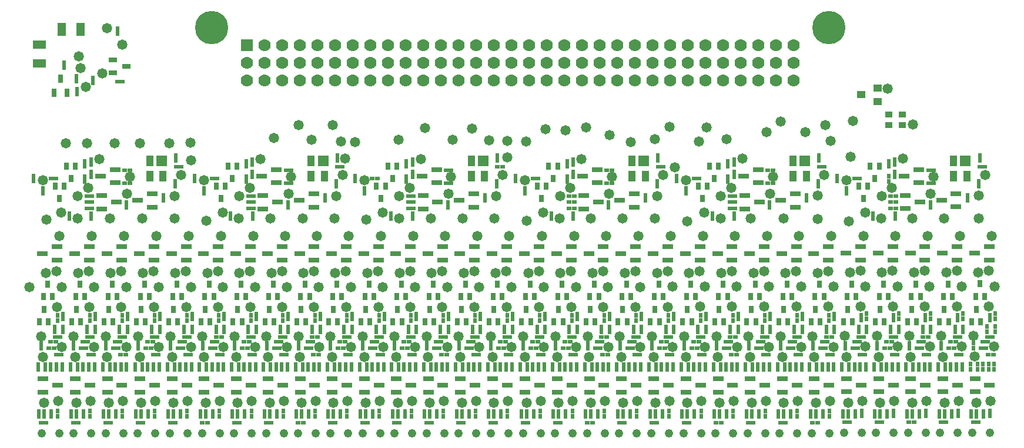
<source format=gts>
%FSLAX24Y24*%
%MOIN*%
G70*
G01*
G75*
G04 Layer_Color=8388736*
%ADD10R,0.0669X0.0433*%
%ADD11R,0.0433X0.0669*%
%ADD12R,0.0354X0.0276*%
%ADD13R,0.0118X0.0197*%
%ADD14R,0.0394X0.0236*%
%ADD15R,0.0197X0.0118*%
%ADD16R,0.0197X0.0354*%
%ADD17R,0.0512X0.0236*%
%ADD18R,0.0354X0.0532*%
%ADD19R,0.0532X0.0532*%
%ADD20R,0.0236X0.0394*%
%ADD21R,0.0374X0.0354*%
%ADD22R,0.0374X0.0354*%
%ADD23C,0.0070*%
%ADD24C,0.0050*%
%ADD25C,0.0051*%
%ADD26C,0.0620*%
%ADD27R,0.0620X0.0620*%
%ADD28C,0.0400*%
%ADD29C,0.1811*%
%ADD30C,0.0500*%
%ADD31C,0.0400*%
%ADD32C,0.0794*%
G04:AMPARAMS|DCode=33|XSize=99.37mil|YSize=99.37mil|CornerRadius=0mil|HoleSize=0mil|Usage=FLASHONLY|Rotation=0.000|XOffset=0mil|YOffset=0mil|HoleType=Round|Shape=Relief|Width=10mil|Gap=10mil|Entries=4|*
%AMTHD33*
7,0,0,0.0994,0.0794,0.0100,45*
%
%ADD33THD33*%
%ADD34C,0.0597*%
%ADD35C,0.1502*%
G04:AMPARAMS|DCode=36|XSize=88mil|YSize=88mil|CornerRadius=0mil|HoleSize=0mil|Usage=FLASHONLY|Rotation=0.000|XOffset=0mil|YOffset=0mil|HoleType=Round|Shape=Relief|Width=10mil|Gap=10mil|Entries=4|*
%AMTHD36*
7,0,0,0.0880,0.0680,0.0100,45*
%
%ADD36THD36*%
%ADD37C,0.0680*%
%ADD38C,0.0150*%
%ADD39C,0.0098*%
%ADD40C,0.0100*%
%ADD41C,0.0079*%
%ADD42C,0.0080*%
%ADD43C,0.0059*%
%ADD44R,0.0749X0.0513*%
%ADD45R,0.0513X0.0749*%
%ADD46R,0.0434X0.0356*%
%ADD47R,0.0198X0.0277*%
%ADD48R,0.0474X0.0316*%
%ADD49R,0.0277X0.0198*%
%ADD50R,0.0277X0.0434*%
%ADD51R,0.0592X0.0316*%
%ADD52R,0.0434X0.0612*%
%ADD53R,0.0612X0.0612*%
%ADD54R,0.0316X0.0474*%
%ADD55R,0.0454X0.0434*%
%ADD56R,0.0454X0.0434*%
%ADD57C,0.0700*%
%ADD58R,0.0700X0.0700*%
%ADD59C,0.0480*%
%ADD60C,0.1891*%
%ADD61C,0.0580*%
D44*
X13000Y34132D02*
D03*
Y33068D02*
D03*
D45*
X15331Y35000D02*
D03*
X14268D02*
D03*
D46*
X61910Y30175D02*
D03*
Y29585D02*
D03*
X61160Y29585D02*
D03*
Y30175D02*
D03*
D47*
X58230Y26693D02*
D03*
X49120Y26689D02*
D03*
X39990Y26688D02*
D03*
X30880D02*
D03*
X21800D02*
D03*
X12650D02*
D03*
X15140Y31608D02*
D03*
Y31332D02*
D03*
X16040Y31982D02*
D03*
Y32258D02*
D03*
X17440Y34782D02*
D03*
Y35058D02*
D03*
X57200Y27563D02*
D03*
Y27839D02*
D03*
X48070Y27562D02*
D03*
Y27838D02*
D03*
X38960Y27562D02*
D03*
Y27838D02*
D03*
X33800Y27232D02*
D03*
X29880Y27562D02*
D03*
Y27838D02*
D03*
X15570Y27232D02*
D03*
X24720D02*
D03*
X42910D02*
D03*
X20730Y27562D02*
D03*
Y27838D02*
D03*
X52040Y27233D02*
D03*
X62540Y15991D02*
D03*
Y15716D02*
D03*
X54400Y24913D02*
D03*
X63510Y24918D02*
D03*
X58900Y15991D02*
D03*
Y15716D02*
D03*
X46130Y15986D02*
D03*
Y15710D02*
D03*
X57070Y15987D02*
D03*
Y15711D02*
D03*
X51610Y15987D02*
D03*
Y15711D02*
D03*
X42840Y13040D02*
D03*
Y13316D02*
D03*
X53430Y15987D02*
D03*
Y15711D02*
D03*
X13180Y25712D02*
D03*
X44310Y15986D02*
D03*
Y15710D02*
D03*
X52040Y26383D02*
D03*
Y26659D02*
D03*
X60720Y15991D02*
D03*
Y15716D02*
D03*
X49790Y15987D02*
D03*
Y15711D02*
D03*
X33360Y15986D02*
D03*
Y15710D02*
D03*
X18820Y15986D02*
D03*
Y15710D02*
D03*
X44660Y13040D02*
D03*
Y13316D02*
D03*
X29720Y15986D02*
D03*
Y15710D02*
D03*
X40660Y15986D02*
D03*
Y15710D02*
D03*
X67180Y18868D02*
D03*
Y18592D02*
D03*
X35820Y15710D02*
D03*
Y15986D02*
D03*
X16980D02*
D03*
Y15710D02*
D03*
X22470Y15986D02*
D03*
Y15710D02*
D03*
X26100Y15986D02*
D03*
Y15710D02*
D03*
X15150Y15986D02*
D03*
Y15710D02*
D03*
X20650Y15986D02*
D03*
Y15710D02*
D03*
X15100Y13040D02*
D03*
Y13316D02*
D03*
X13320Y15986D02*
D03*
Y15710D02*
D03*
X32190D02*
D03*
Y15986D02*
D03*
X44950Y15710D02*
D03*
Y15986D02*
D03*
X15920Y27332D02*
D03*
X66900Y13342D02*
D03*
Y13067D02*
D03*
X63260Y13338D02*
D03*
Y13062D02*
D03*
X38820Y15986D02*
D03*
Y15710D02*
D03*
X55250Y15987D02*
D03*
Y15711D02*
D03*
X27910Y15986D02*
D03*
Y15710D02*
D03*
X45270D02*
D03*
Y15986D02*
D03*
X52570Y15711D02*
D03*
Y15987D02*
D03*
X26450Y13040D02*
D03*
Y13316D02*
D03*
X28260Y13040D02*
D03*
Y13316D02*
D03*
X59250Y13046D02*
D03*
Y13321D02*
D03*
X25250Y15710D02*
D03*
Y15986D02*
D03*
X43960Y13040D02*
D03*
Y13316D02*
D03*
X14800Y13040D02*
D03*
Y13316D02*
D03*
X12970Y13040D02*
D03*
Y13316D02*
D03*
X61070Y13046D02*
D03*
Y13321D02*
D03*
X64710Y13046D02*
D03*
Y13321D02*
D03*
X19780Y15710D02*
D03*
Y15986D02*
D03*
X16580Y15710D02*
D03*
Y15986D02*
D03*
X36140Y15710D02*
D03*
Y15986D02*
D03*
X64010Y13046D02*
D03*
Y13321D02*
D03*
X15570Y26382D02*
D03*
Y26658D02*
D03*
X33800Y26382D02*
D03*
Y26658D02*
D03*
X27510Y15710D02*
D03*
Y15986D02*
D03*
X24720Y26382D02*
D03*
Y26658D02*
D03*
X42910Y26382D02*
D03*
Y26658D02*
D03*
X24290Y15986D02*
D03*
Y15710D02*
D03*
X48600D02*
D03*
Y15986D02*
D03*
X46770Y15710D02*
D03*
Y15986D02*
D03*
X52250Y15711D02*
D03*
Y15987D02*
D03*
X61510Y24268D02*
D03*
Y24543D02*
D03*
X20030Y25312D02*
D03*
Y25588D02*
D03*
X48020Y26388D02*
D03*
X29180Y25312D02*
D03*
Y25588D02*
D03*
X38910Y26388D02*
D03*
X38260Y25312D02*
D03*
Y25588D02*
D03*
X47370Y25312D02*
D03*
Y25588D02*
D03*
X65610Y25318D02*
D03*
Y25594D02*
D03*
X12650Y26412D02*
D03*
X56500Y25313D02*
D03*
Y25589D02*
D03*
X21800Y26412D02*
D03*
X57150Y26389D02*
D03*
X39990Y26412D02*
D03*
X66260Y26393D02*
D03*
X30880Y26412D02*
D03*
X49120Y26413D02*
D03*
X17930Y24912D02*
D03*
X27080D02*
D03*
X36160D02*
D03*
X45270D02*
D03*
X48920Y15710D02*
D03*
Y15986D02*
D03*
X33670Y15710D02*
D03*
Y15986D02*
D03*
X50750Y15711D02*
D03*
Y15987D02*
D03*
X59210Y15716D02*
D03*
Y15991D02*
D03*
X25290Y18118D02*
D03*
X41620Y15710D02*
D03*
Y15986D02*
D03*
X14320Y18118D02*
D03*
X32250Y18768D02*
D03*
X28610D02*
D03*
X26800D02*
D03*
X35880D02*
D03*
X61360Y15716D02*
D03*
Y15991D02*
D03*
X47130Y18118D02*
D03*
X37700Y18768D02*
D03*
X63180Y15716D02*
D03*
Y15991D02*
D03*
X41360Y18768D02*
D03*
X55560Y15711D02*
D03*
Y15987D02*
D03*
X57380Y15711D02*
D03*
Y15987D02*
D03*
X35490Y15710D02*
D03*
Y15986D02*
D03*
X65000Y15716D02*
D03*
Y15991D02*
D03*
X61720Y18864D02*
D03*
Y18588D02*
D03*
X45310Y18118D02*
D03*
X41660D02*
D03*
X39820D02*
D03*
X43490D02*
D03*
X38000D02*
D03*
X36180D02*
D03*
X34360D02*
D03*
X32550D02*
D03*
X28910D02*
D03*
X30720D02*
D03*
X55600Y13041D02*
D03*
Y13317D02*
D03*
X13960Y15710D02*
D03*
Y15986D02*
D03*
X62140Y15716D02*
D03*
Y15991D02*
D03*
X50430Y15711D02*
D03*
Y15987D02*
D03*
X14750Y15710D02*
D03*
Y15986D02*
D03*
X29320Y15710D02*
D03*
Y15986D02*
D03*
X39170Y13040D02*
D03*
Y13316D02*
D03*
X29670Y13040D02*
D03*
Y13316D02*
D03*
X60670Y13046D02*
D03*
Y13321D02*
D03*
X25880Y16912D02*
D03*
Y17188D02*
D03*
X37350Y13040D02*
D03*
Y13316D02*
D03*
X23110Y15710D02*
D03*
Y15986D02*
D03*
X22070Y15710D02*
D03*
Y15986D02*
D03*
X25700Y15710D02*
D03*
Y15986D02*
D03*
X51390Y16913D02*
D03*
Y17189D02*
D03*
X48310Y13040D02*
D03*
Y13316D02*
D03*
X66530Y13050D02*
D03*
Y13326D02*
D03*
X13100Y16912D02*
D03*
Y17188D02*
D03*
X55030Y16913D02*
D03*
Y17189D02*
D03*
X47130Y18858D02*
D03*
Y18582D02*
D03*
X62490Y13046D02*
D03*
Y13321D02*
D03*
X35130Y13040D02*
D03*
Y13316D02*
D03*
X32960Y15710D02*
D03*
Y15986D02*
D03*
X16630Y13040D02*
D03*
Y13316D02*
D03*
X15930Y24262D02*
D03*
Y24538D02*
D03*
X18770Y13040D02*
D03*
Y13316D02*
D03*
X16760Y16912D02*
D03*
Y17188D02*
D03*
X22250Y16912D02*
D03*
Y17188D02*
D03*
X18600Y16912D02*
D03*
Y17188D02*
D03*
X20430Y16912D02*
D03*
Y17188D02*
D03*
X16930Y13040D02*
D03*
Y13316D02*
D03*
X24070Y16912D02*
D03*
Y17188D02*
D03*
X29500Y16912D02*
D03*
Y17188D02*
D03*
X27690Y16912D02*
D03*
Y17188D02*
D03*
X34960Y16912D02*
D03*
Y17188D02*
D03*
X20250Y15710D02*
D03*
Y15986D02*
D03*
X31550D02*
D03*
Y15710D02*
D03*
X62890Y13046D02*
D03*
Y13321D02*
D03*
X41660Y18858D02*
D03*
Y18582D02*
D03*
X63960Y15716D02*
D03*
Y15991D02*
D03*
X21290Y15710D02*
D03*
Y15986D02*
D03*
X24240Y13040D02*
D03*
Y13316D02*
D03*
X22420Y13040D02*
D03*
Y13316D02*
D03*
X20600Y13040D02*
D03*
Y13316D02*
D03*
X31150Y15710D02*
D03*
Y15986D02*
D03*
X58850Y13046D02*
D03*
Y13321D02*
D03*
X54850Y15711D02*
D03*
Y15987D02*
D03*
X38600Y16912D02*
D03*
Y17188D02*
D03*
X17620Y15710D02*
D03*
Y15986D02*
D03*
X14930Y16912D02*
D03*
Y17188D02*
D03*
X59900Y18864D02*
D03*
Y18588D02*
D03*
X65360Y18864D02*
D03*
Y18588D02*
D03*
X43490Y18858D02*
D03*
Y18582D02*
D03*
X45310Y18858D02*
D03*
Y18582D02*
D03*
X48960Y18858D02*
D03*
Y18582D02*
D03*
X50790Y18859D02*
D03*
Y18583D02*
D03*
X56250Y18859D02*
D03*
Y18583D02*
D03*
X52610Y18859D02*
D03*
Y18583D02*
D03*
X54430Y18859D02*
D03*
Y18583D02*
D03*
X58070Y18859D02*
D03*
Y18583D02*
D03*
X31500Y13040D02*
D03*
Y13316D02*
D03*
X13270Y13040D02*
D03*
Y13316D02*
D03*
X49390Y15711D02*
D03*
Y15987D02*
D03*
X26740Y15710D02*
D03*
Y15986D02*
D03*
X36780Y16912D02*
D03*
Y17188D02*
D03*
X28550Y15710D02*
D03*
Y15986D02*
D03*
X42440Y13040D02*
D03*
Y13316D02*
D03*
X34780Y15710D02*
D03*
Y15986D02*
D03*
X38770Y13040D02*
D03*
Y13316D02*
D03*
X44260Y13040D02*
D03*
Y13316D02*
D03*
X49740Y13041D02*
D03*
Y13317D02*
D03*
X46080Y13040D02*
D03*
Y13316D02*
D03*
X47910Y13040D02*
D03*
Y13316D02*
D03*
X51560Y13041D02*
D03*
Y13317D02*
D03*
X57020Y13041D02*
D03*
Y13317D02*
D03*
X53380Y13041D02*
D03*
Y13317D02*
D03*
X55200Y13041D02*
D03*
Y13317D02*
D03*
X64310Y13046D02*
D03*
Y13321D02*
D03*
X33310Y13040D02*
D03*
Y13316D02*
D03*
X36600Y15710D02*
D03*
Y15986D02*
D03*
X40610Y13040D02*
D03*
Y13316D02*
D03*
X66130Y13050D02*
D03*
Y13326D02*
D03*
X38420Y15710D02*
D03*
Y15986D02*
D03*
X40260Y15710D02*
D03*
Y15986D02*
D03*
X42090Y15710D02*
D03*
Y15986D02*
D03*
X41300Y15710D02*
D03*
Y15986D02*
D03*
X43910Y15710D02*
D03*
Y15986D02*
D03*
X43130Y15710D02*
D03*
Y15986D02*
D03*
X45730Y15710D02*
D03*
Y15986D02*
D03*
X46480Y13040D02*
D03*
Y13316D02*
D03*
X51210Y15711D02*
D03*
Y15987D02*
D03*
X15790Y15710D02*
D03*
Y15986D02*
D03*
X53210Y16913D02*
D03*
Y17189D02*
D03*
X40440Y16912D02*
D03*
Y17188D02*
D03*
X37640Y15710D02*
D03*
Y15986D02*
D03*
X18420Y15710D02*
D03*
Y15986D02*
D03*
X42270Y16912D02*
D03*
Y17188D02*
D03*
X44090Y16912D02*
D03*
Y17188D02*
D03*
X49570Y16913D02*
D03*
Y17189D02*
D03*
X36950Y13040D02*
D03*
Y13316D02*
D03*
X45910Y16912D02*
D03*
Y17188D02*
D03*
X47740Y16912D02*
D03*
Y17188D02*
D03*
X39460Y15710D02*
D03*
Y15986D02*
D03*
X53030Y15711D02*
D03*
Y15987D02*
D03*
X19460Y15710D02*
D03*
Y15986D02*
D03*
X24930Y15710D02*
D03*
Y15986D02*
D03*
X31900Y13040D02*
D03*
Y13316D02*
D03*
X35530Y13040D02*
D03*
Y13316D02*
D03*
X52330Y13333D02*
D03*
Y13058D02*
D03*
X33710Y13040D02*
D03*
Y13316D02*
D03*
X30070Y13040D02*
D03*
Y13316D02*
D03*
X41010Y13040D02*
D03*
Y13316D02*
D03*
X57790Y13333D02*
D03*
Y13058D02*
D03*
X59620Y13338D02*
D03*
Y13062D02*
D03*
X61440Y13338D02*
D03*
Y13062D02*
D03*
X55970Y13333D02*
D03*
Y13058D02*
D03*
X23470Y18118D02*
D03*
X23430Y15710D02*
D03*
Y15986D02*
D03*
X57420Y13041D02*
D03*
Y13317D02*
D03*
X39130Y15710D02*
D03*
Y15986D02*
D03*
X58760Y25718D02*
D03*
X21000Y13040D02*
D03*
Y13316D02*
D03*
X54130Y18769D02*
D03*
X15500Y13040D02*
D03*
Y13316D02*
D03*
X15460Y15710D02*
D03*
Y15986D02*
D03*
X16110Y15710D02*
D03*
Y15986D02*
D03*
X33910Y17842D02*
D03*
Y18118D02*
D03*
X30030Y15710D02*
D03*
Y15986D02*
D03*
X19170Y13040D02*
D03*
Y13316D02*
D03*
X18470Y13040D02*
D03*
Y13316D02*
D03*
X28870Y15710D02*
D03*
Y15986D02*
D03*
X51960Y13041D02*
D03*
Y13317D02*
D03*
X53780Y13041D02*
D03*
Y13317D02*
D03*
X17330Y13040D02*
D03*
Y13316D02*
D03*
X43260Y27332D02*
D03*
X62320Y16918D02*
D03*
Y17193D02*
D03*
X53740Y15711D02*
D03*
Y15987D02*
D03*
X19520Y18768D02*
D03*
X25290Y18858D02*
D03*
Y18582D02*
D03*
X32510Y15710D02*
D03*
Y15986D02*
D03*
X37000D02*
D03*
Y15710D02*
D03*
X20300Y13040D02*
D03*
Y13316D02*
D03*
X34150Y26632D02*
D03*
Y26908D02*
D03*
X52390Y26633D02*
D03*
Y26909D02*
D03*
X16150Y18858D02*
D03*
Y18582D02*
D03*
X19820Y18858D02*
D03*
Y18582D02*
D03*
X50140Y13041D02*
D03*
Y13317D02*
D03*
X55950Y18769D02*
D03*
X27100Y18858D02*
D03*
Y18582D02*
D03*
X51150Y24539D02*
D03*
Y24263D02*
D03*
X50790Y18119D02*
D03*
X65960Y16922D02*
D03*
Y17198D02*
D03*
X47090Y15710D02*
D03*
Y15986D02*
D03*
X14320Y18858D02*
D03*
Y18582D02*
D03*
X65320Y15716D02*
D03*
Y15991D02*
D03*
X23470Y18858D02*
D03*
Y18582D02*
D03*
X17680Y18768D02*
D03*
X34360Y18858D02*
D03*
Y18582D02*
D03*
X32550Y18858D02*
D03*
Y18582D02*
D03*
X17980Y18118D02*
D03*
X19820D02*
D03*
X57770Y18769D02*
D03*
X59600Y18773D02*
D03*
X65060D02*
D03*
X61420D02*
D03*
X63240D02*
D03*
X66880Y18778D02*
D03*
X14680Y24538D02*
D03*
Y24262D02*
D03*
X42800Y15710D02*
D03*
Y15986D02*
D03*
X23830Y24538D02*
D03*
Y24262D02*
D03*
X32910Y24538D02*
D03*
Y24262D02*
D03*
X37960Y15710D02*
D03*
Y15986D02*
D03*
X36180Y18858D02*
D03*
Y18582D02*
D03*
X63540Y18864D02*
D03*
Y18588D02*
D03*
X55890Y15711D02*
D03*
Y15987D02*
D03*
X59540Y15716D02*
D03*
Y15991D02*
D03*
X34000Y15710D02*
D03*
Y15986D02*
D03*
X14040Y13332D02*
D03*
Y13056D02*
D03*
X14280Y15710D02*
D03*
Y15986D02*
D03*
X27060Y15710D02*
D03*
Y15986D02*
D03*
X65830Y13050D02*
D03*
Y13326D02*
D03*
X38470Y13040D02*
D03*
Y13316D02*
D03*
X42140Y13040D02*
D03*
Y13316D02*
D03*
X40310Y13040D02*
D03*
Y13316D02*
D03*
X36650Y13040D02*
D03*
Y13316D02*
D03*
X31200Y13040D02*
D03*
Y13316D02*
D03*
X34830Y13040D02*
D03*
Y13316D02*
D03*
X33010Y13040D02*
D03*
Y13316D02*
D03*
X29370Y13040D02*
D03*
Y13316D02*
D03*
X23940Y13040D02*
D03*
Y13316D02*
D03*
X27560Y13040D02*
D03*
Y13316D02*
D03*
X25750Y13040D02*
D03*
Y13316D02*
D03*
X13670Y13040D02*
D03*
Y13316D02*
D03*
X17940Y15710D02*
D03*
Y15986D02*
D03*
X22120Y13040D02*
D03*
Y13316D02*
D03*
X65080Y13338D02*
D03*
Y13062D02*
D03*
X34320Y15710D02*
D03*
Y15986D02*
D03*
X19370Y17842D02*
D03*
Y18118D02*
D03*
X32100Y17842D02*
D03*
Y18118D02*
D03*
X35730Y17842D02*
D03*
Y18118D02*
D03*
X30270Y17842D02*
D03*
Y18118D02*
D03*
X17530Y17842D02*
D03*
Y18118D02*
D03*
X21200Y17842D02*
D03*
Y18118D02*
D03*
X66490Y15720D02*
D03*
Y15996D02*
D03*
X17980Y18858D02*
D03*
Y18582D02*
D03*
X66820Y15720D02*
D03*
Y15996D02*
D03*
X37550Y17842D02*
D03*
Y18118D02*
D03*
X44860Y17842D02*
D03*
Y18118D02*
D03*
X15700Y17842D02*
D03*
Y18118D02*
D03*
X31860Y15710D02*
D03*
Y15986D02*
D03*
X61030Y15716D02*
D03*
Y15991D02*
D03*
X40970Y15710D02*
D03*
Y15986D02*
D03*
X21650Y18118D02*
D03*
X23170Y18768D02*
D03*
X37310Y15710D02*
D03*
Y15986D02*
D03*
X54070Y15711D02*
D03*
Y15987D02*
D03*
X27100Y18118D02*
D03*
X57710Y15711D02*
D03*
Y15987D02*
D03*
X22330Y25712D02*
D03*
X61500Y27338D02*
D03*
X52390Y27333D02*
D03*
X63500Y15716D02*
D03*
Y15991D02*
D03*
X42490Y15986D02*
D03*
Y15710D02*
D03*
X21650Y18858D02*
D03*
Y18582D02*
D03*
X15850Y18768D02*
D03*
X61500Y26638D02*
D03*
Y26913D02*
D03*
X32270Y13332D02*
D03*
Y13056D02*
D03*
X28630Y13332D02*
D03*
Y13056D02*
D03*
X26820Y13332D02*
D03*
Y13056D02*
D03*
X30440Y13332D02*
D03*
Y13056D02*
D03*
X23190Y13332D02*
D03*
Y13056D02*
D03*
X25010Y13332D02*
D03*
Y13056D02*
D03*
X19540Y13332D02*
D03*
Y13056D02*
D03*
X21370Y13332D02*
D03*
Y13056D02*
D03*
X17700Y13332D02*
D03*
Y13056D02*
D03*
X15870Y13332D02*
D03*
Y13056D02*
D03*
X30360Y15710D02*
D03*
Y15986D02*
D03*
X39820Y18858D02*
D03*
Y18582D02*
D03*
X64910Y17848D02*
D03*
Y18124D02*
D03*
X48660Y18768D02*
D03*
X43450Y15710D02*
D03*
Y15986D02*
D03*
X63090Y17848D02*
D03*
Y18124D02*
D03*
X66730Y17852D02*
D03*
Y18128D02*
D03*
X59450Y17848D02*
D03*
Y18124D02*
D03*
X61270Y17848D02*
D03*
Y18124D02*
D03*
X57620Y17843D02*
D03*
Y18119D02*
D03*
X42020Y24538D02*
D03*
Y24262D02*
D03*
X60260Y24543D02*
D03*
Y24268D02*
D03*
X20680Y26388D02*
D03*
X43260Y26632D02*
D03*
Y26908D02*
D03*
X29830Y26388D02*
D03*
X25070Y26632D02*
D03*
Y26908D02*
D03*
X45010Y18768D02*
D03*
X46830D02*
D03*
X55800Y17843D02*
D03*
Y18119D02*
D03*
X53980Y17843D02*
D03*
Y18119D02*
D03*
X50340Y17843D02*
D03*
Y18119D02*
D03*
X46680Y17842D02*
D03*
Y18118D02*
D03*
X48510Y17842D02*
D03*
Y18118D02*
D03*
X52160Y17843D02*
D03*
Y18119D02*
D03*
X39370Y17842D02*
D03*
Y18118D02*
D03*
X41210Y17842D02*
D03*
Y18118D02*
D03*
X43040Y17842D02*
D03*
Y18118D02*
D03*
X13870Y17842D02*
D03*
Y18118D02*
D03*
X64670Y15716D02*
D03*
Y15991D02*
D03*
X62850Y15716D02*
D03*
Y15991D02*
D03*
X31330Y16912D02*
D03*
Y17188D02*
D03*
X58680Y16918D02*
D03*
Y17193D02*
D03*
X60500Y16918D02*
D03*
Y17193D02*
D03*
X34150Y27332D02*
D03*
X49650Y25713D02*
D03*
X52610Y18119D02*
D03*
X58070D02*
D03*
X54430D02*
D03*
X56250D02*
D03*
X59900Y18124D02*
D03*
X65360D02*
D03*
X61720D02*
D03*
X63540D02*
D03*
X67180Y18128D02*
D03*
X16150Y18118D02*
D03*
X14020Y18768D02*
D03*
X21350D02*
D03*
X15920Y26632D02*
D03*
Y26908D02*
D03*
X24990Y18768D02*
D03*
X28910Y18858D02*
D03*
Y18582D02*
D03*
X30720Y18858D02*
D03*
Y18582D02*
D03*
X30420Y18768D02*
D03*
X34060D02*
D03*
X50490Y18769D02*
D03*
X51920Y15711D02*
D03*
Y15987D02*
D03*
X67140Y15720D02*
D03*
Y15996D02*
D03*
X44620Y15710D02*
D03*
Y15986D02*
D03*
X48270Y15710D02*
D03*
Y15986D02*
D03*
X58030Y15711D02*
D03*
Y15987D02*
D03*
X26650Y17842D02*
D03*
Y18118D02*
D03*
X46440Y15710D02*
D03*
Y15986D02*
D03*
X54150Y13333D02*
D03*
Y13058D02*
D03*
X50510Y13333D02*
D03*
Y13058D02*
D03*
X45030Y13332D02*
D03*
Y13056D02*
D03*
X43210Y13332D02*
D03*
Y13056D02*
D03*
X46850Y13332D02*
D03*
Y13056D02*
D03*
X38000Y18858D02*
D03*
Y18582D02*
D03*
X52310Y18769D02*
D03*
X43190Y18768D02*
D03*
X24840Y17842D02*
D03*
Y18118D02*
D03*
X64140Y16918D02*
D03*
Y17193D02*
D03*
X33140Y16912D02*
D03*
Y17188D02*
D03*
X56850Y16913D02*
D03*
Y17189D02*
D03*
X24640Y13040D02*
D03*
Y13316D02*
D03*
X56210Y15711D02*
D03*
Y15987D02*
D03*
X23020Y17842D02*
D03*
Y18118D02*
D03*
X39780Y15710D02*
D03*
Y15986D02*
D03*
X39520Y18768D02*
D03*
X48960Y18118D02*
D03*
X48680Y13332D02*
D03*
Y13056D02*
D03*
X41380Y13332D02*
D03*
Y13056D02*
D03*
X35900Y13332D02*
D03*
Y13056D02*
D03*
X39540Y13332D02*
D03*
Y13056D02*
D03*
X34080Y13332D02*
D03*
Y13056D02*
D03*
X37720Y13332D02*
D03*
Y13056D02*
D03*
X40520Y25712D02*
D03*
X31410D02*
D03*
X35180Y15986D02*
D03*
Y15710D02*
D03*
X54390Y15711D02*
D03*
Y15987D02*
D03*
X28460Y17842D02*
D03*
Y18118D02*
D03*
X50100Y15711D02*
D03*
Y15987D02*
D03*
X61680Y15716D02*
D03*
Y15991D02*
D03*
X59860Y15716D02*
D03*
Y15991D02*
D03*
X13630Y15710D02*
D03*
Y15986D02*
D03*
X47960D02*
D03*
Y15710D02*
D03*
X64360Y15991D02*
D03*
Y15716D02*
D03*
X25070Y27332D02*
D03*
X17290Y15710D02*
D03*
Y15986D02*
D03*
X19130Y15710D02*
D03*
Y15986D02*
D03*
X20960Y15710D02*
D03*
Y15986D02*
D03*
X28220Y15710D02*
D03*
Y15986D02*
D03*
X24600Y15710D02*
D03*
Y15986D02*
D03*
X22780Y15710D02*
D03*
Y15986D02*
D03*
X26410Y15710D02*
D03*
Y15986D02*
D03*
X22820Y13040D02*
D03*
Y13316D02*
D03*
X47560Y15710D02*
D03*
Y15986D02*
D03*
X12920Y15710D02*
D03*
Y15986D02*
D03*
X60320Y15716D02*
D03*
Y15991D02*
D03*
X52400Y24263D02*
D03*
Y24539D02*
D03*
X43270Y24262D02*
D03*
Y24538D02*
D03*
X27860Y13040D02*
D03*
Y13316D02*
D03*
X58500Y15716D02*
D03*
Y15991D02*
D03*
X25080Y24262D02*
D03*
Y24538D02*
D03*
X34160Y24262D02*
D03*
Y24538D02*
D03*
X26050Y13040D02*
D03*
Y13316D02*
D03*
X56670Y15711D02*
D03*
Y15987D02*
D03*
X45780Y13040D02*
D03*
Y13316D02*
D03*
X47610Y13040D02*
D03*
Y13316D02*
D03*
X30680Y15710D02*
D03*
Y15986D02*
D03*
X21610Y15710D02*
D03*
Y15986D02*
D03*
X23890Y15710D02*
D03*
Y15986D02*
D03*
X49440Y13041D02*
D03*
Y13317D02*
D03*
X56720Y13041D02*
D03*
Y13317D02*
D03*
X62190Y13046D02*
D03*
Y13321D02*
D03*
X60370Y13046D02*
D03*
Y13321D02*
D03*
X58550Y13046D02*
D03*
Y13321D02*
D03*
X54900Y13041D02*
D03*
Y13317D02*
D03*
X53080Y13041D02*
D03*
Y13317D02*
D03*
X51260Y13041D02*
D03*
Y13317D02*
D03*
X66310Y27568D02*
D03*
Y27843D02*
D03*
X61150Y27238D02*
D03*
Y26388D02*
D03*
Y26663D02*
D03*
X66180Y15996D02*
D03*
Y15720D02*
D03*
X14390Y33108D02*
D03*
Y32832D02*
D03*
X65780Y15720D02*
D03*
Y15996D02*
D03*
X58230Y26418D02*
D03*
X20680Y26112D02*
D03*
X29830D02*
D03*
X38910D02*
D03*
X48020D02*
D03*
X57150Y26113D02*
D03*
X66260Y26118D02*
D03*
X17930Y25188D02*
D03*
X27080D02*
D03*
X36160D02*
D03*
X45270D02*
D03*
X54400Y25189D02*
D03*
X63510Y25194D02*
D03*
X15920Y27608D02*
D03*
X25070D02*
D03*
X34150D02*
D03*
X43260D02*
D03*
X52390Y27609D02*
D03*
X61500Y27613D02*
D03*
X13180Y25988D02*
D03*
X22330D02*
D03*
X31410D02*
D03*
X40520D02*
D03*
X49650Y25989D02*
D03*
X58760Y25993D02*
D03*
X15570Y27508D02*
D03*
X24720D02*
D03*
X33800D02*
D03*
X42910D02*
D03*
X52040Y27509D02*
D03*
X61150Y27513D02*
D03*
X25290Y17842D02*
D03*
X14320D02*
D03*
X32250Y18492D02*
D03*
X28610D02*
D03*
X26800D02*
D03*
X35880D02*
D03*
X47130Y17842D02*
D03*
X37700Y18492D02*
D03*
X41360D02*
D03*
X45310Y17842D02*
D03*
X41660D02*
D03*
X39820D02*
D03*
X43490D02*
D03*
X38000D02*
D03*
X36180D02*
D03*
X34360D02*
D03*
X32550D02*
D03*
X28910D02*
D03*
X30720D02*
D03*
X23470D02*
D03*
X54130Y18493D02*
D03*
X19520Y18492D02*
D03*
X55950Y18493D02*
D03*
X50790Y17843D02*
D03*
X17680Y18492D02*
D03*
X17980Y17842D02*
D03*
X19820D02*
D03*
X57770Y18493D02*
D03*
X59600Y18498D02*
D03*
X65060D02*
D03*
X61420D02*
D03*
X63240D02*
D03*
X66880Y18502D02*
D03*
X21650Y17842D02*
D03*
X23170Y18492D02*
D03*
X27100Y17842D02*
D03*
X15850Y18492D02*
D03*
X48660D02*
D03*
X45010D02*
D03*
X46830D02*
D03*
X52610Y17843D02*
D03*
X58070D02*
D03*
X54430D02*
D03*
X56250D02*
D03*
X59900Y17848D02*
D03*
X65360D02*
D03*
X61720D02*
D03*
X63540D02*
D03*
X67180Y17852D02*
D03*
X16150Y17842D02*
D03*
X14020Y18492D02*
D03*
X21350D02*
D03*
X24990D02*
D03*
X30420D02*
D03*
X34060D02*
D03*
X50490Y18493D02*
D03*
X52310D02*
D03*
X43190Y18492D02*
D03*
X39520D02*
D03*
X48960Y17842D02*
D03*
X15100Y32338D02*
D03*
Y32062D02*
D03*
D48*
X17934Y32920D02*
D03*
X17146Y32546D02*
D03*
Y33294D02*
D03*
D49*
X15692Y25200D02*
D03*
X15968D02*
D03*
X13882Y17530D02*
D03*
X27948Y12690D02*
D03*
X27672D02*
D03*
X43032Y24850D02*
D03*
X43308D02*
D03*
X24852Y17530D02*
D03*
X19382D02*
D03*
X23032D02*
D03*
X21212D02*
D03*
X17542D02*
D03*
X15712D02*
D03*
X26662D02*
D03*
X33398Y12690D02*
D03*
X33122D02*
D03*
X63440Y16556D02*
D03*
X61620D02*
D03*
X67080Y16560D02*
D03*
X65260Y16556D02*
D03*
X59800D02*
D03*
X56150Y16551D02*
D03*
X57970D02*
D03*
X50690D02*
D03*
X52510D02*
D03*
X47030Y16550D02*
D03*
X54330Y16551D02*
D03*
X48860Y16550D02*
D03*
X41560D02*
D03*
X45210D02*
D03*
X37900D02*
D03*
X39720D02*
D03*
X43390D02*
D03*
X51648Y12691D02*
D03*
X51372D02*
D03*
X32450Y16550D02*
D03*
X34260D02*
D03*
X28810D02*
D03*
X36080D02*
D03*
X30620D02*
D03*
X27000D02*
D03*
X23370D02*
D03*
X25190D02*
D03*
X17880D02*
D03*
X29758Y12690D02*
D03*
X29482D02*
D03*
X21550Y16550D02*
D03*
X16050D02*
D03*
X19720D02*
D03*
X57108Y12691D02*
D03*
X56832D02*
D03*
X58938Y12696D02*
D03*
X58662D02*
D03*
X55288Y12691D02*
D03*
X55012D02*
D03*
X14220Y16550D02*
D03*
X47998Y12690D02*
D03*
X47722D02*
D03*
X53468Y12691D02*
D03*
X53192D02*
D03*
X44348Y12690D02*
D03*
X44072D02*
D03*
X15188D02*
D03*
X14912D02*
D03*
X24328D02*
D03*
X24052D02*
D03*
X49828Y12691D02*
D03*
X49552D02*
D03*
X17018Y12690D02*
D03*
X16742D02*
D03*
X46168D02*
D03*
X45892D02*
D03*
X31588D02*
D03*
X31312D02*
D03*
X22508D02*
D03*
X22232D02*
D03*
X35218D02*
D03*
X34942D02*
D03*
X64398Y12696D02*
D03*
X64122D02*
D03*
X24842Y25200D02*
D03*
X25118D02*
D03*
X57212Y27201D02*
D03*
X57488D02*
D03*
X33922Y24850D02*
D03*
X34198D02*
D03*
X24842D02*
D03*
X25118D02*
D03*
X55562Y17281D02*
D03*
X57382D02*
D03*
X59212Y17286D02*
D03*
X37312Y17280D02*
D03*
X25118Y25550D02*
D03*
X24842D02*
D03*
X34198D02*
D03*
X33922D02*
D03*
X29932Y16900D02*
D03*
X30208D02*
D03*
X61282Y17536D02*
D03*
X46442Y17280D02*
D03*
X53992Y17531D02*
D03*
X52172D02*
D03*
X35392Y16900D02*
D03*
X35668D02*
D03*
X37212D02*
D03*
X37488D02*
D03*
X15968Y25550D02*
D03*
X15692D02*
D03*
X50352Y17531D02*
D03*
X51922Y17281D02*
D03*
X40698Y12690D02*
D03*
X40422D02*
D03*
X26138D02*
D03*
X25862D02*
D03*
X18858D02*
D03*
X18582D02*
D03*
X20688D02*
D03*
X20412D02*
D03*
X66742Y17540D02*
D03*
X35492Y17280D02*
D03*
X48272D02*
D03*
X39132D02*
D03*
X32112Y17530D02*
D03*
X30282D02*
D03*
X42528Y12690D02*
D03*
X42252D02*
D03*
X37038D02*
D03*
X36762D02*
D03*
X33672Y17280D02*
D03*
X28472Y17530D02*
D03*
X57282Y16901D02*
D03*
X57558D02*
D03*
X28222Y17280D02*
D03*
X39032Y16900D02*
D03*
X39308D02*
D03*
X43308Y25550D02*
D03*
X43032D02*
D03*
X30032Y17280D02*
D03*
X42702Y16900D02*
D03*
X42978D02*
D03*
X38858Y12690D02*
D03*
X38582D02*
D03*
X60758Y12696D02*
D03*
X60482D02*
D03*
X48172Y16900D02*
D03*
X48448D02*
D03*
X44522D02*
D03*
X44798D02*
D03*
X46342D02*
D03*
X46618D02*
D03*
X26412Y17280D02*
D03*
X50002Y16901D02*
D03*
X50278D02*
D03*
X55462D02*
D03*
X55738D02*
D03*
X51822D02*
D03*
X52098D02*
D03*
X53642D02*
D03*
X53918D02*
D03*
X64572Y16906D02*
D03*
X64848D02*
D03*
X66392Y16910D02*
D03*
X66668D02*
D03*
X43032Y25200D02*
D03*
X43308D02*
D03*
X33922Y17530D02*
D03*
X52162Y25201D02*
D03*
X52438D02*
D03*
X35742Y17530D02*
D03*
X37562D02*
D03*
X43052D02*
D03*
X33922Y25200D02*
D03*
X34198D02*
D03*
X39382Y17530D02*
D03*
X41222D02*
D03*
X44872D02*
D03*
X46692D02*
D03*
X38972Y27200D02*
D03*
X39248D02*
D03*
X20742D02*
D03*
X21018D02*
D03*
X29892D02*
D03*
X30168D02*
D03*
X62752Y16906D02*
D03*
X63028D02*
D03*
X59112D02*
D03*
X59388D02*
D03*
X60932D02*
D03*
X61208D02*
D03*
X31862Y17280D02*
D03*
X52438Y25551D02*
D03*
X52162D02*
D03*
X13532Y16900D02*
D03*
X13808D02*
D03*
X17192D02*
D03*
X17468D02*
D03*
X19032D02*
D03*
X19308D02*
D03*
X15362D02*
D03*
X15638D02*
D03*
X40972Y17280D02*
D03*
X24602D02*
D03*
X44622D02*
D03*
X50102Y17281D02*
D03*
X61032Y17286D02*
D03*
X53742Y17281D02*
D03*
X64922Y17536D02*
D03*
X63102D02*
D03*
X48082Y27200D02*
D03*
X48358D02*
D03*
X28122Y16900D02*
D03*
X28398D02*
D03*
X59462Y17536D02*
D03*
X66492Y17290D02*
D03*
X62852Y17286D02*
D03*
X64672D02*
D03*
X22682Y16900D02*
D03*
X22958D02*
D03*
X31762D02*
D03*
X32038D02*
D03*
X40872D02*
D03*
X41148D02*
D03*
X33572D02*
D03*
X33848D02*
D03*
X52162Y24851D02*
D03*
X52438D02*
D03*
X26312Y16900D02*
D03*
X26588D02*
D03*
X41258Y26550D02*
D03*
X13358Y12690D02*
D03*
X13082D02*
D03*
X17292Y17280D02*
D03*
X45448Y27020D02*
D03*
X45172D02*
D03*
X36338D02*
D03*
X36062D02*
D03*
X27258D02*
D03*
X26982D02*
D03*
X57632Y17531D02*
D03*
X63688Y27026D02*
D03*
X63412D02*
D03*
X13632Y17280D02*
D03*
X15692Y24850D02*
D03*
X15968D02*
D03*
X55812Y17531D02*
D03*
X22782Y17280D02*
D03*
X54578Y26271D02*
D03*
X54302D02*
D03*
X63688Y26276D02*
D03*
X63412D02*
D03*
X45448Y26270D02*
D03*
X45172D02*
D03*
X20962Y17280D02*
D03*
X27258Y26270D02*
D03*
X26982D02*
D03*
X13918Y26550D02*
D03*
X18108Y27020D02*
D03*
X17832D02*
D03*
X15462Y17280D02*
D03*
X19132D02*
D03*
X32148Y26550D02*
D03*
X23068D02*
D03*
X36338Y26270D02*
D03*
X36062D02*
D03*
X62578Y12696D02*
D03*
X62302D02*
D03*
X54578Y27021D02*
D03*
X54302D02*
D03*
X18108Y26270D02*
D03*
X17832D02*
D03*
X50388Y26551D02*
D03*
X59498Y26556D02*
D03*
X61272Y24856D02*
D03*
X61548D02*
D03*
X66218Y12700D02*
D03*
X65942D02*
D03*
X20862Y16900D02*
D03*
X21138D02*
D03*
X48522Y17530D02*
D03*
X24502Y16900D02*
D03*
X24778D02*
D03*
X42802Y17280D02*
D03*
X61272Y25206D02*
D03*
X61548D02*
D03*
X66322Y27206D02*
D03*
X66598D02*
D03*
X61548Y25556D02*
D03*
X61272D02*
D03*
X13642Y26550D02*
D03*
X22792D02*
D03*
X31872D02*
D03*
X40982D02*
D03*
X50112Y26551D02*
D03*
X59222Y26556D02*
D03*
X14158Y17530D02*
D03*
X25128D02*
D03*
X19658D02*
D03*
X23308D02*
D03*
X21488D02*
D03*
X17818D02*
D03*
X15988D02*
D03*
X26938D02*
D03*
X63164Y16556D02*
D03*
X61344D02*
D03*
X66804Y16560D02*
D03*
X64984Y16556D02*
D03*
X59524D02*
D03*
X55874Y16551D02*
D03*
X57694D02*
D03*
X50414D02*
D03*
X52234D02*
D03*
X46754Y16550D02*
D03*
X54054Y16551D02*
D03*
X48584Y16550D02*
D03*
X41284D02*
D03*
X44934D02*
D03*
X37624D02*
D03*
X39444D02*
D03*
X43114D02*
D03*
X32174D02*
D03*
X33984D02*
D03*
X28534D02*
D03*
X35804D02*
D03*
X30344D02*
D03*
X26724D02*
D03*
X23094D02*
D03*
X24914D02*
D03*
X17604D02*
D03*
X21274D02*
D03*
X15774D02*
D03*
X19444D02*
D03*
X13944D02*
D03*
X55838Y17281D02*
D03*
X57658D02*
D03*
X59488Y17286D02*
D03*
X37588Y17280D02*
D03*
X61558Y17536D02*
D03*
X46718Y17280D02*
D03*
X54268Y17531D02*
D03*
X52448D02*
D03*
X50628D02*
D03*
X52198Y17281D02*
D03*
X67018Y17540D02*
D03*
X35768Y17280D02*
D03*
X48548D02*
D03*
X39408D02*
D03*
X32388Y17530D02*
D03*
X30558D02*
D03*
X33948Y17280D02*
D03*
X28748Y17530D02*
D03*
X28498Y17280D02*
D03*
X30308D02*
D03*
X26688D02*
D03*
X34198Y17530D02*
D03*
X36018D02*
D03*
X37838D02*
D03*
X43328D02*
D03*
X39658D02*
D03*
X41498D02*
D03*
X45148D02*
D03*
X46968D02*
D03*
X32138Y17280D02*
D03*
X41248D02*
D03*
X24878D02*
D03*
X44898D02*
D03*
X50378Y17281D02*
D03*
X61308Y17286D02*
D03*
X54018Y17281D02*
D03*
X65198Y17536D02*
D03*
X63378D02*
D03*
X59738D02*
D03*
X66768Y17290D02*
D03*
X63128Y17286D02*
D03*
X64948D02*
D03*
X17568Y17280D02*
D03*
X57908Y17531D02*
D03*
X13908Y17280D02*
D03*
X56088Y17531D02*
D03*
X23058Y17280D02*
D03*
X21238D02*
D03*
X15738D02*
D03*
X19408D02*
D03*
X48798Y17530D02*
D03*
X43078Y17280D02*
D03*
X17688Y32050D02*
D03*
X17412D02*
D03*
D50*
X54924Y18397D02*
D03*
X55436D02*
D03*
X55180Y19105D02*
D03*
X24186Y27254D02*
D03*
X23674D02*
D03*
X23930Y26546D02*
D03*
X58794Y19851D02*
D03*
X59306D02*
D03*
X59050Y20560D02*
D03*
X55144Y19847D02*
D03*
X55656D02*
D03*
X55400Y20555D02*
D03*
X60614Y19851D02*
D03*
X61126D02*
D03*
X60870Y20560D02*
D03*
X53324Y19847D02*
D03*
X53836D02*
D03*
X53580Y20555D02*
D03*
X56964Y19847D02*
D03*
X57476D02*
D03*
X57220Y20555D02*
D03*
X66074Y19856D02*
D03*
X66586D02*
D03*
X66330Y20564D02*
D03*
X64254Y19851D02*
D03*
X64766D02*
D03*
X64510Y20560D02*
D03*
X62434Y19851D02*
D03*
X62946D02*
D03*
X62690Y20560D02*
D03*
X47854Y19846D02*
D03*
X48366D02*
D03*
X48110Y20554D02*
D03*
X51504Y19847D02*
D03*
X52016D02*
D03*
X51760Y20555D02*
D03*
X46024Y19846D02*
D03*
X46536D02*
D03*
X46280Y20554D02*
D03*
X44204Y19846D02*
D03*
X44716D02*
D03*
X44460Y20554D02*
D03*
X49684Y19847D02*
D03*
X50196D02*
D03*
X49940Y20555D02*
D03*
X15036Y27254D02*
D03*
X14524D02*
D03*
X14780Y26546D02*
D03*
X51506Y27255D02*
D03*
X50994D02*
D03*
X51250Y26547D02*
D03*
X29394Y18396D02*
D03*
X29906D02*
D03*
X29650Y19104D02*
D03*
X34854Y18396D02*
D03*
X35366D02*
D03*
X35110Y19104D02*
D03*
X27584Y18396D02*
D03*
X28096D02*
D03*
X27840Y19104D02*
D03*
X22144Y18396D02*
D03*
X22656D02*
D03*
X22400Y19104D02*
D03*
X25774Y18396D02*
D03*
X26286D02*
D03*
X26030Y19104D02*
D03*
X20324Y18396D02*
D03*
X20836D02*
D03*
X20580Y19104D02*
D03*
X18494Y18396D02*
D03*
X19006D02*
D03*
X18750Y19104D02*
D03*
X16654Y18396D02*
D03*
X17166D02*
D03*
X16910Y19104D02*
D03*
X14824Y18396D02*
D03*
X15336D02*
D03*
X15080Y19104D02*
D03*
X13250D02*
D03*
X13506Y18396D02*
D03*
X12994D02*
D03*
X42384Y19846D02*
D03*
X42896D02*
D03*
X42640Y20554D02*
D03*
X40554Y19846D02*
D03*
X41066D02*
D03*
X40810Y20554D02*
D03*
X43984Y18396D02*
D03*
X44496D02*
D03*
X44240Y19104D02*
D03*
X60394Y18401D02*
D03*
X60906D02*
D03*
X60650Y19110D02*
D03*
X58574Y18401D02*
D03*
X59086D02*
D03*
X58830Y19110D02*
D03*
X56744Y18397D02*
D03*
X57256D02*
D03*
X57000Y19105D02*
D03*
X53104Y18397D02*
D03*
X53616D02*
D03*
X53360Y19105D02*
D03*
X51284Y18397D02*
D03*
X51796D02*
D03*
X51540Y19105D02*
D03*
X31224Y18396D02*
D03*
X31736D02*
D03*
X31480Y19104D02*
D03*
X45804Y18396D02*
D03*
X46316D02*
D03*
X46060Y19104D02*
D03*
X47634Y18396D02*
D03*
X48146D02*
D03*
X47890Y19104D02*
D03*
X49464Y18397D02*
D03*
X49976D02*
D03*
X49720Y19105D02*
D03*
X24184Y19846D02*
D03*
X24696D02*
D03*
X24440Y20554D02*
D03*
X22364Y19846D02*
D03*
X22876D02*
D03*
X22620Y20554D02*
D03*
X16874Y19846D02*
D03*
X17386D02*
D03*
X17130Y20554D02*
D03*
X20544Y19846D02*
D03*
X21056D02*
D03*
X20800Y20554D02*
D03*
X18714Y19846D02*
D03*
X19226D02*
D03*
X18970Y20554D02*
D03*
X15044Y19846D02*
D03*
X15556D02*
D03*
X15300Y20554D02*
D03*
X13214Y19846D02*
D03*
X13726D02*
D03*
X13470Y20554D02*
D03*
X62214Y18401D02*
D03*
X62726D02*
D03*
X62470Y19110D02*
D03*
X65854Y18406D02*
D03*
X66366D02*
D03*
X66110Y19114D02*
D03*
X64034Y18401D02*
D03*
X64546D02*
D03*
X64290Y19110D02*
D03*
X36894Y19846D02*
D03*
X37406D02*
D03*
X37150Y20554D02*
D03*
X60616Y27260D02*
D03*
X60104D02*
D03*
X60360Y26551D02*
D03*
X32616Y26104D02*
D03*
X32104D02*
D03*
X32360Y25396D02*
D03*
X23536Y26104D02*
D03*
X23024D02*
D03*
X23280Y25396D02*
D03*
X41726Y26104D02*
D03*
X41214D02*
D03*
X41470Y25396D02*
D03*
X50856Y26105D02*
D03*
X50344D02*
D03*
X50600Y25397D02*
D03*
X27804Y19846D02*
D03*
X28316D02*
D03*
X28060Y20554D02*
D03*
X33266Y27254D02*
D03*
X32754D02*
D03*
X33010Y26546D02*
D03*
X42376Y27254D02*
D03*
X41864D02*
D03*
X42120Y26546D02*
D03*
X14386Y26104D02*
D03*
X13874D02*
D03*
X14130Y25396D02*
D03*
X33034Y18396D02*
D03*
X33546D02*
D03*
X33290Y19104D02*
D03*
X33254Y19846D02*
D03*
X33766D02*
D03*
X33510Y20554D02*
D03*
X36674Y18396D02*
D03*
X37186D02*
D03*
X36930Y19104D02*
D03*
X38714Y19846D02*
D03*
X39226D02*
D03*
X38970Y20554D02*
D03*
X23964Y18396D02*
D03*
X24476D02*
D03*
X24220Y19104D02*
D03*
X35074Y19846D02*
D03*
X35586D02*
D03*
X35330Y20554D02*
D03*
X31444Y19846D02*
D03*
X31956D02*
D03*
X31700Y20554D02*
D03*
X38494Y18396D02*
D03*
X39006D02*
D03*
X38750Y19104D02*
D03*
X40334Y18396D02*
D03*
X40846D02*
D03*
X40590Y19104D02*
D03*
X29614Y19846D02*
D03*
X30126D02*
D03*
X29870Y20554D02*
D03*
X25994Y19846D02*
D03*
X26506D02*
D03*
X26250Y20554D02*
D03*
X42164Y18396D02*
D03*
X42676D02*
D03*
X42420Y19104D02*
D03*
X59966Y26110D02*
D03*
X59454D02*
D03*
X59710Y25401D02*
D03*
D51*
X62863Y26302D02*
D03*
Y27050D02*
D03*
X62037Y26676D02*
D03*
X26433Y26296D02*
D03*
Y27044D02*
D03*
X25607Y26670D02*
D03*
X35513Y26296D02*
D03*
Y27044D02*
D03*
X34687Y26670D02*
D03*
X17283Y26296D02*
D03*
Y27044D02*
D03*
X16457Y26670D02*
D03*
X62097Y25580D02*
D03*
Y24832D02*
D03*
X62923Y25206D02*
D03*
X16517Y25574D02*
D03*
Y24826D02*
D03*
X17343Y25200D02*
D03*
X43857Y25574D02*
D03*
Y24826D02*
D03*
X44683Y25200D02*
D03*
X52987Y25575D02*
D03*
Y24827D02*
D03*
X53813Y25201D02*
D03*
X34747Y25574D02*
D03*
Y24826D02*
D03*
X35573Y25200D02*
D03*
X25667Y25574D02*
D03*
Y24826D02*
D03*
X26493Y25200D02*
D03*
X44623Y26296D02*
D03*
Y27044D02*
D03*
X43797Y26670D02*
D03*
X53753Y26297D02*
D03*
Y27045D02*
D03*
X52927Y26671D02*
D03*
X46793Y21916D02*
D03*
Y22664D02*
D03*
X45967Y22290D02*
D03*
X26763Y21916D02*
D03*
Y22664D02*
D03*
X25937Y22290D02*
D03*
X24953Y21916D02*
D03*
Y22664D02*
D03*
X24127Y22290D02*
D03*
X18687Y15174D02*
D03*
Y14426D02*
D03*
X19513Y14800D02*
D03*
X66843Y21926D02*
D03*
Y22674D02*
D03*
X66017Y22300D02*
D03*
X29587Y15174D02*
D03*
Y14426D02*
D03*
X30413Y14800D02*
D03*
X22337Y15174D02*
D03*
Y14426D02*
D03*
X23163Y14800D02*
D03*
X20517Y15174D02*
D03*
Y14426D02*
D03*
X21343Y14800D02*
D03*
X33227Y15174D02*
D03*
Y14426D02*
D03*
X34053Y14800D02*
D03*
X52273Y21917D02*
D03*
Y22665D02*
D03*
X51447Y22291D02*
D03*
X31417Y15174D02*
D03*
Y14426D02*
D03*
X32243Y14800D02*
D03*
X44177Y15174D02*
D03*
Y14426D02*
D03*
X45003Y14800D02*
D03*
X24157Y15174D02*
D03*
Y14426D02*
D03*
X24983Y14800D02*
D03*
X35047Y15174D02*
D03*
Y14426D02*
D03*
X35873Y14800D02*
D03*
X15017Y15174D02*
D03*
Y14426D02*
D03*
X15843Y14800D02*
D03*
X44973Y21916D02*
D03*
Y22664D02*
D03*
X44147Y22290D02*
D03*
X54093Y21917D02*
D03*
Y22665D02*
D03*
X53267Y22291D02*
D03*
X48623Y21916D02*
D03*
Y22664D02*
D03*
X47797Y22290D02*
D03*
X21313Y21916D02*
D03*
Y22664D02*
D03*
X20487Y22290D02*
D03*
X23133Y21916D02*
D03*
Y22664D02*
D03*
X22307Y22290D02*
D03*
X49657Y15175D02*
D03*
Y14427D02*
D03*
X50483Y14801D02*
D03*
X45997Y15174D02*
D03*
Y14426D02*
D03*
X46823Y14800D02*
D03*
X51477Y15175D02*
D03*
Y14427D02*
D03*
X52303Y14801D02*
D03*
X47827Y15174D02*
D03*
Y14426D02*
D03*
X48653Y14800D02*
D03*
X53297Y15175D02*
D03*
Y14427D02*
D03*
X54123Y14801D02*
D03*
X58767Y15180D02*
D03*
Y14432D02*
D03*
X59593Y14806D02*
D03*
X38687Y15174D02*
D03*
Y14426D02*
D03*
X39513Y14800D02*
D03*
X40527Y15174D02*
D03*
Y14426D02*
D03*
X41353Y14800D02*
D03*
X56937Y15175D02*
D03*
Y14427D02*
D03*
X57763Y14801D02*
D03*
X55117Y15175D02*
D03*
Y14427D02*
D03*
X55943Y14801D02*
D03*
X60587Y15180D02*
D03*
Y14432D02*
D03*
X61413Y14806D02*
D03*
X66047Y15184D02*
D03*
Y14436D02*
D03*
X66873Y14810D02*
D03*
X62407Y15180D02*
D03*
Y14432D02*
D03*
X63233Y14806D02*
D03*
X59563Y21922D02*
D03*
Y22670D02*
D03*
X58737Y22296D02*
D03*
X63203Y21922D02*
D03*
Y22670D02*
D03*
X62377Y22296D02*
D03*
X16847Y15174D02*
D03*
Y14426D02*
D03*
X17673Y14800D02*
D03*
X57733Y21917D02*
D03*
Y22665D02*
D03*
X56907Y22291D02*
D03*
X46733Y24926D02*
D03*
Y25674D02*
D03*
X19393Y24926D02*
D03*
Y25674D02*
D03*
X28543Y24926D02*
D03*
Y25674D02*
D03*
X55863Y24927D02*
D03*
Y25675D02*
D03*
X27777Y15174D02*
D03*
Y14426D02*
D03*
X28603Y14800D02*
D03*
X36867Y15174D02*
D03*
Y14426D02*
D03*
X37693Y14800D02*
D03*
X42357Y15174D02*
D03*
Y14426D02*
D03*
X43183Y14800D02*
D03*
X13983Y21916D02*
D03*
Y22664D02*
D03*
X13157Y22290D02*
D03*
X17643Y21916D02*
D03*
Y22664D02*
D03*
X16817Y22290D02*
D03*
X19483Y21916D02*
D03*
Y22664D02*
D03*
X18657Y22290D02*
D03*
X15813Y21916D02*
D03*
Y22664D02*
D03*
X14987Y22290D02*
D03*
X61383Y21922D02*
D03*
Y22670D02*
D03*
X60557Y22296D02*
D03*
X64227Y15180D02*
D03*
Y14432D02*
D03*
X65053Y14806D02*
D03*
X41323Y21916D02*
D03*
Y22664D02*
D03*
X40497Y22290D02*
D03*
X13187Y15174D02*
D03*
Y14426D02*
D03*
X14013Y14800D02*
D03*
X39483Y21916D02*
D03*
Y22664D02*
D03*
X38657Y22290D02*
D03*
X25967Y15174D02*
D03*
Y14426D02*
D03*
X26793Y14800D02*
D03*
X65023Y21922D02*
D03*
Y22670D02*
D03*
X64197Y22296D02*
D03*
X28573Y21916D02*
D03*
Y22664D02*
D03*
X27747Y22290D02*
D03*
X50453Y21917D02*
D03*
Y22665D02*
D03*
X49627Y22291D02*
D03*
X32213Y21916D02*
D03*
Y22664D02*
D03*
X31387Y22290D02*
D03*
X37623Y24926D02*
D03*
Y25674D02*
D03*
X43153Y21916D02*
D03*
Y22664D02*
D03*
X42327Y22290D02*
D03*
X35843Y21916D02*
D03*
Y22664D02*
D03*
X35017Y22290D02*
D03*
X34023Y21916D02*
D03*
Y22664D02*
D03*
X33197Y22290D02*
D03*
X55913Y21917D02*
D03*
Y22665D02*
D03*
X55087Y22291D02*
D03*
X37663Y21916D02*
D03*
Y22664D02*
D03*
X36837Y22290D02*
D03*
X30383Y21916D02*
D03*
Y22664D02*
D03*
X29557Y22290D02*
D03*
X64973Y24932D02*
D03*
Y25680D02*
D03*
X18567Y25300D02*
D03*
X27717D02*
D03*
X36797D02*
D03*
X45907D02*
D03*
X55037Y25301D02*
D03*
X64147Y25306D02*
D03*
D52*
X55726Y27534D02*
D03*
X56474Y26668D02*
D03*
X55726D02*
D03*
X28406Y27533D02*
D03*
X29154Y26667D02*
D03*
X28406D02*
D03*
X20004D02*
D03*
X19256D02*
D03*
Y27533D02*
D03*
X46596D02*
D03*
X47344Y26667D02*
D03*
X46596D02*
D03*
X37486Y27533D02*
D03*
X38234Y26667D02*
D03*
X37486D02*
D03*
X64836Y27539D02*
D03*
X65584Y26673D02*
D03*
X64836D02*
D03*
D53*
X56395Y27534D02*
D03*
X29075Y27533D02*
D03*
X19925D02*
D03*
X47265D02*
D03*
X38155D02*
D03*
X65505Y27539D02*
D03*
D54*
X13816Y31426D02*
D03*
X14564D02*
D03*
X14190Y32214D02*
D03*
D55*
X59587Y31300D02*
D03*
X60513Y30926D02*
D03*
D56*
Y31674D02*
D03*
D57*
X55750Y34124D02*
D03*
X53750D02*
D03*
X52750D02*
D03*
X54750D02*
D03*
X49750D02*
D03*
X44750D02*
D03*
X39750D02*
D03*
X34750D02*
D03*
X29750D02*
D03*
X47750D02*
D03*
X42750D02*
D03*
X36750D02*
D03*
X31750D02*
D03*
X28750D02*
D03*
X40750Y33124D02*
D03*
X39750D02*
D03*
X38750D02*
D03*
X37750D02*
D03*
X36750D02*
D03*
X35750D02*
D03*
X34750D02*
D03*
X33750D02*
D03*
X32750D02*
D03*
X31750D02*
D03*
X30750D02*
D03*
X29750D02*
D03*
X28750D02*
D03*
X27750D02*
D03*
X26750D02*
D03*
X25750D02*
D03*
X24750D02*
D03*
X53750Y32124D02*
D03*
X52750D02*
D03*
X51750D02*
D03*
X50750D02*
D03*
X49750D02*
D03*
X48750D02*
D03*
X47750D02*
D03*
X46750D02*
D03*
X45750D02*
D03*
X44750D02*
D03*
X43750D02*
D03*
X42750D02*
D03*
X41750D02*
D03*
X40750D02*
D03*
X39750D02*
D03*
X38750D02*
D03*
X37750D02*
D03*
X36750D02*
D03*
X35750D02*
D03*
X34750D02*
D03*
X33750D02*
D03*
X32750D02*
D03*
X31750D02*
D03*
X28750D02*
D03*
X27750D02*
D03*
X26750D02*
D03*
X30750D02*
D03*
X25750D02*
D03*
X29750D02*
D03*
X24750D02*
D03*
X54750D02*
D03*
X51750Y33124D02*
D03*
X48750D02*
D03*
X45750D02*
D03*
X44750D02*
D03*
X46750D02*
D03*
X47750D02*
D03*
X49750D02*
D03*
X50750D02*
D03*
X52750D02*
D03*
X53750D02*
D03*
X54750D02*
D03*
X51750Y34124D02*
D03*
X48750D02*
D03*
X45750D02*
D03*
X25750D02*
D03*
X37750D02*
D03*
X38750D02*
D03*
X40750D02*
D03*
X41750D02*
D03*
X43750D02*
D03*
X42750Y33124D02*
D03*
X43750D02*
D03*
X46750Y34124D02*
D03*
X50750D02*
D03*
X55750Y32124D02*
D03*
X35750Y34124D02*
D03*
X33750D02*
D03*
X32750D02*
D03*
X30750D02*
D03*
X27750D02*
D03*
X41750Y33124D02*
D03*
X26750Y34124D02*
D03*
X55750Y33124D02*
D03*
D58*
X24750Y34124D02*
D03*
D59*
X14110Y12090D02*
D03*
X13110D02*
D03*
X25030D02*
D03*
X24030D02*
D03*
X59610Y12096D02*
D03*
X58610D02*
D03*
X65070D02*
D03*
X64070D02*
D03*
X32310Y12090D02*
D03*
X31310D02*
D03*
X21390D02*
D03*
X20390D02*
D03*
X54150Y12091D02*
D03*
X53150D02*
D03*
X52330D02*
D03*
X51330D02*
D03*
X57790D02*
D03*
X56790D02*
D03*
X50510D02*
D03*
X49510D02*
D03*
X30490Y12090D02*
D03*
X29490D02*
D03*
X26850D02*
D03*
X25850D02*
D03*
X39590D02*
D03*
X38590D02*
D03*
X63250Y12096D02*
D03*
X62250D02*
D03*
X37770Y12090D02*
D03*
X36770D02*
D03*
X55970Y12091D02*
D03*
X54970D02*
D03*
X35950Y12090D02*
D03*
X34950D02*
D03*
X41410D02*
D03*
X40410D02*
D03*
X66890Y12100D02*
D03*
X65890D02*
D03*
X15930Y12090D02*
D03*
X14930D02*
D03*
X46870D02*
D03*
X45870D02*
D03*
X19570D02*
D03*
X18570D02*
D03*
X48690D02*
D03*
X47690D02*
D03*
X61430Y12096D02*
D03*
X60430D02*
D03*
X28670Y12090D02*
D03*
X27670D02*
D03*
X34130D02*
D03*
X33130D02*
D03*
X17750D02*
D03*
X16750D02*
D03*
X23210D02*
D03*
X22210D02*
D03*
X45050D02*
D03*
X44050D02*
D03*
X43230D02*
D03*
X42230D02*
D03*
D60*
X22750Y35124D02*
D03*
X57750D02*
D03*
D61*
X62530Y29620D02*
D03*
X15230Y33470D02*
D03*
X16834Y35074D02*
D03*
X15623Y31753D02*
D03*
X16560Y32520D02*
D03*
X15970Y23280D02*
D03*
X17800D02*
D03*
X19640D02*
D03*
X21470D02*
D03*
X23290D02*
D03*
X25110D02*
D03*
X26920D02*
D03*
X28730D02*
D03*
X30540D02*
D03*
X32370D02*
D03*
X36000D02*
D03*
X34180D02*
D03*
X37820D02*
D03*
X39640D02*
D03*
X41480D02*
D03*
X43310D02*
D03*
X45130D02*
D03*
X48780D02*
D03*
X46950D02*
D03*
X50610Y23281D02*
D03*
X52430D02*
D03*
X54250D02*
D03*
X56070D02*
D03*
X57890D02*
D03*
X59720Y23286D02*
D03*
X63360D02*
D03*
X61540D02*
D03*
X65180D02*
D03*
X67150Y20400D02*
D03*
X14480Y28560D02*
D03*
X15690Y28530D02*
D03*
X17250Y28540D02*
D03*
X18700D02*
D03*
X20350Y28550D02*
D03*
X59130Y29810D02*
D03*
X57550Y29580D02*
D03*
X56430Y29180D02*
D03*
X55030Y29790D02*
D03*
X54220Y29170D02*
D03*
X29620Y29570D02*
D03*
X27700Y29580D02*
D03*
X26280Y28830D02*
D03*
X28410Y28750D02*
D03*
X30100Y28650D02*
D03*
X66270Y24270D02*
D03*
X64290Y24268D02*
D03*
X62500D02*
D03*
X60740D02*
D03*
X58900Y24120D02*
D03*
X49730Y24110D02*
D03*
X51620Y24263D02*
D03*
X53340D02*
D03*
X55190D02*
D03*
X57120Y24253D02*
D03*
X40610Y24150D02*
D03*
X42480Y24262D02*
D03*
X44270D02*
D03*
X46070D02*
D03*
X47898D02*
D03*
X38802D02*
D03*
X36990D02*
D03*
X35180D02*
D03*
X33380D02*
D03*
X31520Y24200D02*
D03*
X29728Y24262D02*
D03*
X27910D02*
D03*
X26080D02*
D03*
X24290D02*
D03*
X22450Y24140D02*
D03*
X20650Y24262D02*
D03*
X18810D02*
D03*
X16990D02*
D03*
X15160D02*
D03*
X13403Y24213D02*
D03*
X64220Y16426D02*
D03*
X65110Y13920D02*
D03*
X64410Y21196D02*
D03*
X63470Y20400D02*
D03*
X65010Y21296D02*
D03*
X64130Y17596D02*
D03*
X65020Y19266D02*
D03*
X64310Y13821D02*
D03*
X62400Y16426D02*
D03*
X63290Y13920D02*
D03*
X62590Y21196D02*
D03*
X61650Y20400D02*
D03*
X63190Y21296D02*
D03*
X62310Y17596D02*
D03*
X63200Y19266D02*
D03*
X62490Y13821D02*
D03*
X60580Y16426D02*
D03*
X61470Y13920D02*
D03*
X60770Y21196D02*
D03*
X59830Y20400D02*
D03*
X61370Y21296D02*
D03*
X60490Y17596D02*
D03*
X61380Y19266D02*
D03*
X60670Y13821D02*
D03*
X58760Y16426D02*
D03*
X59650Y13920D02*
D03*
X58950Y21196D02*
D03*
X58010Y20400D02*
D03*
X59550Y21296D02*
D03*
X58670Y17596D02*
D03*
X59560Y19266D02*
D03*
X58850Y13821D02*
D03*
X56930Y16421D02*
D03*
X57820Y13915D02*
D03*
X57120Y21191D02*
D03*
X56180Y20395D02*
D03*
X57720Y21291D02*
D03*
X56840Y17591D02*
D03*
X57730Y19261D02*
D03*
X57020Y13817D02*
D03*
X55110Y16421D02*
D03*
X56000Y13915D02*
D03*
X55300Y21191D02*
D03*
X54360Y20395D02*
D03*
X55900Y21291D02*
D03*
X55020Y17591D02*
D03*
X55910Y19261D02*
D03*
X55200Y13817D02*
D03*
X53290Y16421D02*
D03*
X54180Y13915D02*
D03*
X53480Y21191D02*
D03*
X52540Y20395D02*
D03*
X54080Y21291D02*
D03*
X53200Y17591D02*
D03*
X54090Y19261D02*
D03*
X53380Y13817D02*
D03*
X51470Y16421D02*
D03*
X52360Y13915D02*
D03*
X51660Y21191D02*
D03*
X50720Y20395D02*
D03*
X52260Y21291D02*
D03*
X51380Y17591D02*
D03*
X52270Y19261D02*
D03*
X51560Y13817D02*
D03*
X49650Y16421D02*
D03*
X50540Y13915D02*
D03*
X49840Y21191D02*
D03*
X48900Y20395D02*
D03*
X50440Y21291D02*
D03*
X49560Y17591D02*
D03*
X50450Y19261D02*
D03*
X49740Y13817D02*
D03*
X47820Y16420D02*
D03*
X48710Y13914D02*
D03*
X48010Y21190D02*
D03*
X47070Y20394D02*
D03*
X48610Y21290D02*
D03*
X47730Y17590D02*
D03*
X48620Y19260D02*
D03*
X47910Y13816D02*
D03*
X45990Y16420D02*
D03*
X46880Y13914D02*
D03*
X46180Y21190D02*
D03*
X45240Y20394D02*
D03*
X46780Y21290D02*
D03*
X45900Y17590D02*
D03*
X46790Y19260D02*
D03*
X46080Y13816D02*
D03*
X44170Y16420D02*
D03*
X45060Y13914D02*
D03*
X44360Y21190D02*
D03*
X43420Y20394D02*
D03*
X44960Y21290D02*
D03*
X44080Y17590D02*
D03*
X44970Y19260D02*
D03*
X44260Y13816D02*
D03*
X42350Y16420D02*
D03*
X43240Y13914D02*
D03*
X42540Y21190D02*
D03*
X41600Y20394D02*
D03*
X43140Y21290D02*
D03*
X42260Y17590D02*
D03*
X43150Y19260D02*
D03*
X42440Y13816D02*
D03*
X40520Y16420D02*
D03*
X41410Y13914D02*
D03*
X40710Y21190D02*
D03*
X39770Y20394D02*
D03*
X41310Y21290D02*
D03*
X40430Y17590D02*
D03*
X41320Y19260D02*
D03*
X40610Y13816D02*
D03*
X38680Y16420D02*
D03*
X39570Y13914D02*
D03*
X38870Y21190D02*
D03*
X37930Y20394D02*
D03*
X39470Y21290D02*
D03*
X38590Y17590D02*
D03*
X39480Y19260D02*
D03*
X38770Y13816D02*
D03*
X36860Y16420D02*
D03*
X37750Y13914D02*
D03*
X37050Y21190D02*
D03*
X36110Y20394D02*
D03*
X37650Y21290D02*
D03*
X36770Y17590D02*
D03*
X37660Y19260D02*
D03*
X36950Y13816D02*
D03*
X35040Y16420D02*
D03*
X35930Y13914D02*
D03*
X35230Y21190D02*
D03*
X34290Y20394D02*
D03*
X35830Y21290D02*
D03*
X34950Y17590D02*
D03*
X35840Y19260D02*
D03*
X35130Y13816D02*
D03*
X33220Y16420D02*
D03*
X34110Y13914D02*
D03*
X33410Y21190D02*
D03*
X32470Y20394D02*
D03*
X34010Y21290D02*
D03*
X33130Y17590D02*
D03*
X34020Y19260D02*
D03*
X33310Y13816D02*
D03*
X31410Y16420D02*
D03*
X32300Y13914D02*
D03*
X31600Y21190D02*
D03*
X30660Y20394D02*
D03*
X32200Y21290D02*
D03*
X31320Y17590D02*
D03*
X32210Y19260D02*
D03*
X31500Y13816D02*
D03*
X29580Y16420D02*
D03*
X30470Y13914D02*
D03*
X29770Y21190D02*
D03*
X28830Y20394D02*
D03*
X30370Y21290D02*
D03*
X29490Y17590D02*
D03*
X30380Y19260D02*
D03*
X29670Y13816D02*
D03*
X27770Y16420D02*
D03*
X28660Y13914D02*
D03*
X27960Y21190D02*
D03*
X27020Y20394D02*
D03*
X28560Y21290D02*
D03*
X27680Y17590D02*
D03*
X28570Y19260D02*
D03*
X27860Y13816D02*
D03*
X25960Y16420D02*
D03*
X26850Y13914D02*
D03*
X26150Y21190D02*
D03*
X25210Y20394D02*
D03*
X26750Y21290D02*
D03*
X25870Y17590D02*
D03*
X26760Y19260D02*
D03*
X26050Y13816D02*
D03*
X24150Y16420D02*
D03*
X25040Y13914D02*
D03*
X24340Y21190D02*
D03*
X23400Y20394D02*
D03*
X24940Y21290D02*
D03*
X24060Y17590D02*
D03*
X24950Y19260D02*
D03*
X24240Y13816D02*
D03*
X22330Y16420D02*
D03*
X23220Y13914D02*
D03*
X22520Y21190D02*
D03*
X21580Y20394D02*
D03*
X23120Y21290D02*
D03*
X22240Y17590D02*
D03*
X23130Y19260D02*
D03*
X22420Y13816D02*
D03*
X20510Y16420D02*
D03*
X21400Y13914D02*
D03*
X20700Y21190D02*
D03*
X19760Y20394D02*
D03*
X21300Y21290D02*
D03*
X20420Y17590D02*
D03*
X21310Y19260D02*
D03*
X20600Y13816D02*
D03*
X18680Y16420D02*
D03*
X19570Y13914D02*
D03*
X18870Y21190D02*
D03*
X17930Y20394D02*
D03*
X19470Y21290D02*
D03*
X18590Y17590D02*
D03*
X19480Y19260D02*
D03*
X18770Y13816D02*
D03*
X16840Y16420D02*
D03*
X17730Y13914D02*
D03*
X17030Y21190D02*
D03*
X16090Y20394D02*
D03*
X17630Y21290D02*
D03*
X16750Y17590D02*
D03*
X17640Y19260D02*
D03*
X16930Y13816D02*
D03*
X15010Y16420D02*
D03*
X15900Y13914D02*
D03*
X15200Y21190D02*
D03*
X14260Y20394D02*
D03*
X15800Y21290D02*
D03*
X14920Y17590D02*
D03*
X15810Y19260D02*
D03*
X15100Y13816D02*
D03*
X13180Y16420D02*
D03*
X14070Y13914D02*
D03*
X13370Y21190D02*
D03*
X12430Y20394D02*
D03*
X14140Y23280D02*
D03*
X13970Y21290D02*
D03*
X13090Y17590D02*
D03*
X13980Y19260D02*
D03*
X13270Y13816D02*
D03*
X65290Y20404D02*
D03*
X66230Y21200D02*
D03*
X17699Y34151D02*
D03*
X15330Y32810D02*
D03*
X49010Y27180D02*
D03*
X46520Y28620D02*
D03*
X39520Y28680D02*
D03*
X30890Y28610D02*
D03*
X66610Y26746D02*
D03*
X63688Y26646D02*
D03*
X61340Y26016D02*
D03*
X61080Y31630D02*
D03*
X67000Y23290D02*
D03*
X59810Y24610D02*
D03*
X57500Y26741D02*
D03*
X54578Y26641D02*
D03*
X52230Y26011D02*
D03*
X48370Y26740D02*
D03*
X50700Y24605D02*
D03*
X45448Y26640D02*
D03*
X43100Y26010D02*
D03*
X39260Y26740D02*
D03*
X41570Y24604D02*
D03*
X66130Y13826D02*
D03*
X36338Y26640D02*
D03*
X33990Y26010D02*
D03*
X32460Y24604D02*
D03*
X30180Y26740D02*
D03*
X27258Y26640D02*
D03*
X24910Y26010D02*
D03*
X23380Y24604D02*
D03*
X21030Y26740D02*
D03*
X18108Y26640D02*
D03*
X15760Y26010D02*
D03*
X65950Y17600D02*
D03*
X66830Y21300D02*
D03*
X66930Y13924D02*
D03*
X60750Y25536D02*
D03*
X51640Y25531D02*
D03*
X42510Y25530D02*
D03*
X24320D02*
D03*
X15170D02*
D03*
X33400D02*
D03*
X66040Y16430D02*
D03*
X66840Y19270D02*
D03*
X21590Y27590D02*
D03*
X21570Y28590D02*
D03*
X30330Y27690D02*
D03*
X39530Y27730D02*
D03*
X57850Y28690D02*
D03*
X58980Y27780D02*
D03*
X38500Y28700D02*
D03*
X37540Y29390D02*
D03*
X36410Y28730D02*
D03*
X34850Y29400D02*
D03*
X33350Y28730D02*
D03*
X40600Y28660D02*
D03*
X41690Y29360D02*
D03*
X42820Y29290D02*
D03*
X43990Y29430D02*
D03*
X45340Y29000D02*
D03*
X47880Y28780D02*
D03*
X48730Y29480D02*
D03*
X50380Y28630D02*
D03*
X50820Y29460D02*
D03*
X51960Y28770D02*
D03*
X48010Y25560D02*
D03*
X38900D02*
D03*
X57140Y25561D02*
D03*
X66250Y25566D02*
D03*
X17960Y25680D02*
D03*
X27110D02*
D03*
X36190D02*
D03*
X45300D02*
D03*
X16390Y27660D02*
D03*
X63540Y25686D02*
D03*
X13180Y26440D02*
D03*
X34620Y27660D02*
D03*
X25540D02*
D03*
X43730D02*
D03*
X52860Y27661D02*
D03*
X54430Y25681D02*
D03*
X61970Y27666D02*
D03*
X58760Y26446D02*
D03*
X40520Y26440D02*
D03*
X31410D02*
D03*
X49650Y26441D02*
D03*
X22330Y26440D02*
D03*
X20670Y25560D02*
D03*
X29820D02*
D03*
X65300Y16996D02*
D03*
X63480D02*
D03*
X61660D02*
D03*
X59840D02*
D03*
X58010Y16991D02*
D03*
X56190D02*
D03*
X54370D02*
D03*
X52550D02*
D03*
X50730D02*
D03*
X48900Y16990D02*
D03*
X47070D02*
D03*
X45250D02*
D03*
X43430D02*
D03*
X41600D02*
D03*
X39760D02*
D03*
X37940D02*
D03*
X36120D02*
D03*
X34300D02*
D03*
X32490D02*
D03*
X30660D02*
D03*
X28850D02*
D03*
X27040D02*
D03*
X25230D02*
D03*
X23410D02*
D03*
X21590D02*
D03*
X19760D02*
D03*
X17920D02*
D03*
X16090D02*
D03*
X14260D02*
D03*
X67120Y17000D02*
D03*
X14230Y24604D02*
D03*
M02*

</source>
